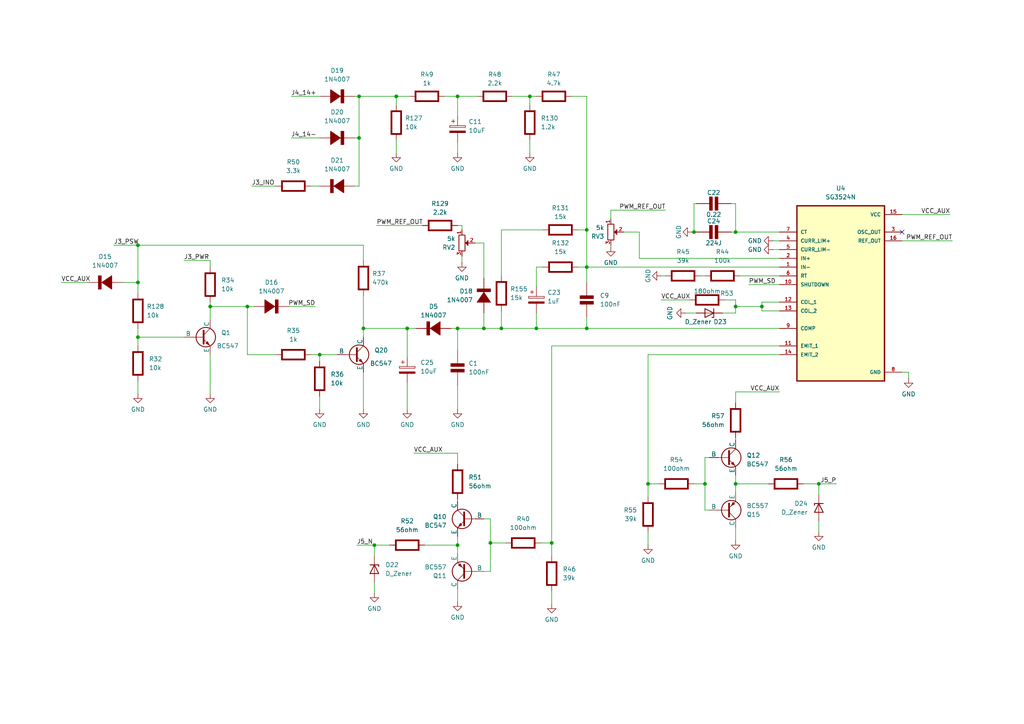
<source format=kicad_sch>
(kicad_sch (version 20250114) (generator "eeschema") (generator_version "9.0")
  (paper "A4")
  (lib_symbols
    (symbol "Device:C_Polarized" (pin_numbers (hide yes)) (pin_names (offset 0.254))
      (property "Reference" "C" (at 0.635 2.54 0))
      (property "Value" "C_Polarized" (at 0.635 -2.54 0))
      (symbol "C_Polarized_0_1"
        (rectangle (start -2.286 0.508) (end 2.286 1.016))
        (polyline (pts (xy -1.778 2.286) (xy -0.762 2.286)))
        (polyline (pts (xy -1.27 2.794) (xy -1.27 1.778)))
        (rectangle (start 2.286 -0.508) (end -2.286 -1.016) (fill (type outline)))
      )
      (symbol "C_Polarized_1_1"
        (pin passive line (at 0 3.81 270) (length 2.794) (name "~") (number "1"))
        (pin passive line (at 0 -3.81 90) (length 2.794) (name "~") (number "2"))
      )
    )
    (symbol "Device:D_Zener" (pin_numbers (hide yes)) (pin_names (offset 1.016) (hide yes))
      (property "Reference" "D" (at 0 2.54 0))
      (property "Value" "D_Zener" (at 0 -2.54 0))
      (symbol "D_Zener_0_1"
        (polyline (pts (xy -1.27 -1.27) (xy -1.27 1.27) (xy -0.762 1.27)) (stroke (width 0.254)))
        (polyline (pts (xy 1.27 0) (xy -1.27 0)))
        (polyline (pts (xy 1.27 -1.27) (xy 1.27 1.27) (xy -1.27 0) (xy 1.27 -1.27)) (stroke (width 0.254)))
      )
      (symbol "D_Zener_1_1"
        (pin passive line (at -3.81 0 0) (length 2.54) (name "K") (number "1"))
        (pin passive line (at 3.81 0 180) (length 2.54) (name "A") (number "2"))
      )
    )
    (symbol "PCM_Elektuur:C" (pin_numbers (hide yes)) (pin_names (offset 0) (hide yes))
      (property "Reference" "C" (at 0.635 3.175 0))
      (property "Value" "C" (at 0.635 -3.175 0))
      (symbol "C_1_1"
        (rectangle (start -1.905 1.1938) (end 1.905 0.4318) (stroke (width 0.254)) (fill (type outline)))
        (rectangle (start -1.905 -0.4318) (end 1.905 -1.1938) (stroke (width 0.254)) (fill (type outline)))
        (pin passive line (at 0 5.08 270) (length 3.8862) (name "+") (number "1"))
        (pin passive line (at 0 -5.08 90) (length 3.8862) (name "-") (number "2"))
      )
      (symbol "C_1_2"
        (polyline (pts (xy -1.905 0.4318) (xy 1.905 0.4318) (xy 1.905 1.4986) (xy -1.905 1.4986) (xy -1.905 0.4318) (xy -1.8034 0.5334) (xy -1.8034 1.397) (xy 1.8034 1.397) (xy 1.8034 0.5334) (xy -1.8034 0.5334) (xy -1.905 0.4318)) (stroke (width 0.254)) (fill (type outline)))
        (polyline (pts (xy -1.905 -1.4986) (xy 1.905 -1.4986) (xy 1.905 -0.4318) (xy -1.905 -0.4318) (xy -1.905 -1.4986) (xy -1.8034 -1.397) (xy -1.8034 -0.5334) (xy 1.8034 -0.5334) (xy 1.8034 -1.397) (xy -1.8034 -1.397) (xy -1.905 -1.4986)) (stroke (width 0.254)) (fill (type outline)))
        (pin passive line (at 0 5.08 270) (length 3.5814) (name "+") (number "1"))
        (pin passive line (at 0 -5.08 90) (length 3.5814) (name "-") (number "2"))
      )
    )
    (symbol "PCM_Elektuur:D" (pin_numbers (hide yes)) (pin_names (offset 0) (hide yes))
      (property "Reference" "D" (at 0.635 3.175 0))
      (property "Value" "${SIM.PARAMS}" (at 0.635 -3.175 0))
      (symbol "D_1_0"
        (pin passive line (at 0 5.08 270) (length 3.175) (name "A+") (number "2"))
        (pin passive line (at 0 -5.08 90) (length 3.175) (name "K-") (number "1"))
      )
      (symbol "D_1_1"
        (polyline (pts (xy -1.905 -1.905) (xy 1.905 -1.905) (xy 1.905 -1.143) (xy 0 -1.143) (xy 0 -0.889) (xy 1.905 1.905) (xy -1.905 1.905) (xy 0 -0.889) (xy 0 -1.143) (xy -1.905 -1.143) (xy -1.905 -1.905)) (stroke (width 0.254)) (fill (type outline)))
      )
      (symbol "D_1_2"
        (polyline (pts (xy -0.127 -1.905) (xy 1.905 -1.905) (xy 1.905 -1.143) (xy 0 -1.143) (xy 0 -0.889) (xy 1.905 1.905) (xy -0.0254 1.905) (xy -0.9652 0.5334) (xy 0 -0.889) (xy 0 -1.143) (xy -0.127 -1.143) (xy -0.127 -1.905)) (stroke (width 0.254)) (fill (type outline)))
      )
    )
    (symbol "PCM_Elektuur:R" (pin_numbers (hide yes)) (pin_names (offset 0) (hide yes))
      (property "Reference" "R" (at 2.54 3.175 0))
      (property "Value" "R" (at 0 0 90))
      (symbol "R_1_1"
        (polyline (pts (xy -1.524 -3.429) (xy 1.524 -3.429) (xy 1.524 3.429) (xy -1.524 3.429) (xy -1.524 -3.429) (xy -1.27 -3.175) (xy -1.27 3.175) (xy 1.27 3.175) (xy 1.27 -3.175) (xy -1.27 -3.175) (xy -1.524 -3.429)) (stroke (width 0.254)) (fill (type outline)))
        (pin passive line (at 0 5.08 270) (length 1.651) (name "+") (number "1"))
        (pin passive line (at 0 -5.08 90) (length 1.651) (name "-") (number "2"))
      )
      (symbol "R_1_2"
        (polyline (pts (xy -0.508 -3.429) (xy 1.524 -3.429) (xy 1.524 3.429) (xy -0.508 3.429) (xy -0.508 3.175) (xy 1.27 3.175) (xy 1.27 -3.175) (xy -0.508 -3.175) (xy -0.508 -3.429)) (stroke (width 0.254)) (fill (type outline)))
        (pin passive line (at 0 5.08 270) (length 1.651) (name "+") (number "1"))
        (pin passive line (at 0 -5.08 90) (length 1.651) (name "-") (number "2"))
      )
      (symbol "R_1_3"
        (polyline (pts (xy 0 3.4798) (xy 0 3.2004) (xy 0.7112 2.794) (xy -1.1938 1.6764) (xy 0.7112 0.5588) (xy -1.1938 -0.5588) (xy 0.7112 -1.6764) (xy -1.1938 -2.794) (xy 0 -3.4798) (xy 0 -3.2004) (xy -0.7112 -2.794) (xy 1.1938 -1.6764) (xy -0.7112 -0.5588) (xy 1.1938 0.5588) (xy -0.7112 1.6764) (xy 1.1938 2.794) (xy 0 3.4798)) (stroke (width 0.254)) (fill (type outline)))
        (pin passive line (at 0 5.08 270) (length 1.6002) (name "+") (number "1"))
        (pin passive line (at 0 -5.08 90) (length 1.6002) (name "-") (number "2"))
      )
      (symbol "R_1_4"
        (polyline (pts (xy 0 4.5466) (xy 0 4.2672) (xy 0.0508 4.2418) (xy 1.016 3.683) (xy -1.524 2.2098) (xy 1.016 0.7366) (xy -1.524 -0.7366) (xy 1.016 -2.2098) (xy -1.524 -3.683) (xy -0.0762 -4.5212) (xy 0 -4.5466) (xy 0 -4.2672) (xy -0.0508 -4.2418) (xy -1.016 -3.683) (xy 1.524 -2.2098) (xy -1.016 -0.7366) (xy 1.524 0.7366) (xy -1.016 2.2098) (xy 1.524 3.683) (xy 0.0762 4.5212) (xy 0 4.5466)) (stroke (width 0.254)) (fill (type outline)))
        (pin passive line (at 0 5.08 270) (length 0.5334) (name "+") (number "1"))
        (pin passive line (at 0 -5.08 90) (length 0.5334) (name "-") (number "2"))
      )
    )
    (symbol "PCM_SL_Devices:potentiometer_RM065"
      (property "Reference" "RV" (at 0 -2.032 0))
      (property "Value" "potentiometer_RM065" (at 0 -3.81 0))
      (symbol "potentiometer_RM065_0_1"
        (rectangle (start -2.286 0.889) (end 2.286 -0.889) (stroke (width 0.24)))
        (polyline (pts (xy 0 1.016) (xy 0.762 1.778) (xy -0.762 1.778) (xy 0 1.016)) (fill (type outline)))
      )
      (symbol "potentiometer_RM065_1_1"
        (pin passive line (at -3.81 0 0) (length 1.5) (name "~") (number "1"))
        (pin passive line (at 0 3.81 270) (length 2) (name "~") (number "2"))
        (pin passive line (at 3.81 0 180) (length 1.5) (name "~") (number "3"))
      )
    )
    (symbol "Simulation_SPICE:NPN" (pin_numbers (hide yes)) (pin_names (offset 0))
      (property "Reference" "Q" (at -2.54 7.62 0))
      (property "Value" "NPN" (at -2.54 5.08 0))
      (symbol "NPN_0_1"
        (polyline (pts (xy -2.54 0) (xy 0.635 0)) (stroke (width 0.1524)))
        (polyline (pts (xy 0.635 1.905) (xy 0.635 -1.905) (xy 0.635 -1.905)) (stroke (width 0.508)))
        (polyline (pts (xy 0.635 0.635) (xy 2.54 2.54)))
        (polyline (pts (xy 0.635 -0.635) (xy 2.54 -2.54) (xy 2.54 -2.54)))
        (circle (center 1.27 0) (radius 2.8194) (stroke (width 0.254)))
        (polyline (pts (xy 1.27 -1.778) (xy 1.778 -1.27) (xy 2.286 -2.286) (xy 1.27 -1.778) (xy 1.27 -1.778)) (fill (type outline)))
        (polyline (pts (xy 2.794 -1.27) (xy 2.794 -1.27)) (stroke (width 0.1524)))
        (polyline (pts (xy 2.794 -1.27) (xy 2.794 -1.27)) (stroke (width 0.1524)))
      )
      (symbol "NPN_1_1"
        (pin input line (at -5.08 0 0) (length 2.54) (name "B") (number "2"))
        (pin open_collector line (at 2.54 5.08 270) (length 2.54) (name "C") (number "1"))
        (pin open_emitter line (at 2.54 -5.08 90) (length 2.54) (name "E") (number "3"))
      )
    )
    (symbol "Simulation_SPICE:PNP" (pin_numbers (hide yes)) (pin_names (offset 0))
      (property "Reference" "Q" (at -2.54 7.62 0))
      (property "Value" "PNP" (at -2.54 5.08 0))
      (symbol "PNP_0_1"
        (polyline (pts (xy -2.54 0) (xy 0.635 0)) (stroke (width 0.1524)))
        (polyline (pts (xy 0.635 1.905) (xy 0.635 -1.905) (xy 0.635 -1.905)) (stroke (width 0.508)))
        (polyline (pts (xy 0.635 0.635) (xy 2.54 2.54)))
        (polyline (pts (xy 0.635 -0.635) (xy 2.54 -2.54) (xy 2.54 -2.54)))
        (circle (center 1.27 0) (radius 2.8194) (stroke (width 0.254)))
        (polyline (pts (xy 2.286 -1.778) (xy 1.778 -2.286) (xy 1.27 -1.27) (xy 2.286 -1.778) (xy 2.286 -1.778)) (fill (type outline)))
      )
      (symbol "PNP_1_1"
        (pin input line (at -5.08 0 0) (length 2.54) (name "B") (number "2"))
        (pin open_collector line (at 2.54 5.08 270) (length 2.54) (name "C") (number "1"))
        (pin open_emitter line (at 2.54 -5.08 90) (length 2.54) (name "E") (number "3"))
      )
    )
    (symbol "Snapeda:SG3524N" (pin_names (offset 1.016))
      (property "Reference" "U" (at -12.7 26.4 0))
      (property "Value" "SG3524N" (at -12.7 -29.4 0))
      (symbol "SG3524N_0_0"
        (rectangle (start -12.7 -25.4) (end 12.7 25.4) (stroke (width 0.41)) (fill (type background)))
        (pin input line (at -17.78 17.78 0) (length 5.08) (name "CT") (number "7"))
        (pin input line (at -17.78 15.24 0) (length 5.08) (name "CURR_LIM+") (number "4"))
        (pin input line (at -17.78 12.7 0) (length 5.08) (name "CURR_LIM-") (number "5"))
        (pin input line (at -17.78 10.16 0) (length 5.08) (name "IN+") (number "2"))
        (pin input line (at -17.78 7.62 0) (length 5.08) (name "IN-") (number "1"))
        (pin input line (at -17.78 5.08 0) (length 5.08) (name "RT") (number "6"))
        (pin input line (at -17.78 2.54 0) (length 5.08) (name "SHUTDOWN") (number "10"))
        (pin bidirectional line (at -17.78 -2.54 0) (length 5.08) (name "COL_1") (number "12"))
        (pin bidirectional line (at -17.78 -5.08 0) (length 5.08) (name "COL_2") (number "13"))
        (pin bidirectional line (at -17.78 -10.16 0) (length 5.08) (name "COMP") (number "9"))
        (pin bidirectional line (at -17.78 -15.24 0) (length 5.08) (name "EMIT_1") (number "11"))
        (pin bidirectional line (at -17.78 -17.78 0) (length 5.08) (name "EMIT_2") (number "14"))
        (pin power_in line (at 17.78 22.86 180) (length 5.08) (name "VCC") (number "15"))
        (pin output line (at 17.78 17.78 180) (length 5.08) (name "OSC_OUT") (number "3"))
        (pin output line (at 17.78 15.24 180) (length 5.08) (name "REF_OUT") (number "16"))
        (pin power_in line (at 17.78 -22.86 180) (length 5.08) (name "GND") (number "8"))
      )
    )
    (symbol "power:GND" (power) (pin_numbers (hide yes)) (pin_names (offset 0) (hide yes))
      (property "Value" "GND" (at 0 -3.81 0))
      (symbol "GND_0_1"
        (polyline (pts (xy 0 0) (xy 0 -1.27) (xy 1.27 -1.27) (xy 0 -2.54) (xy -1.27 -1.27) (xy 0 -1.27)))
      )
      (symbol "GND_1_1"
        (pin power_in line (at 0 0 270) (length 0) (name "~") (number "1"))
      )
    )
  )
  (junction (at 132.715 95.25))
  (junction (at 40.005 71.12))
  (junction (at 105.41 95.25))
  (junction (at 155.575 95.25))
  (junction (at 170.18 66.675))
  (junction (at 132.715 27.94))
  (junction (at 237.49 140.335))
  (junction (at 104.14 27.94))
  (junction (at 92.71 102.87))
  (junction (at 60.96 88.9))
  (junction (at 118.11 95.25))
  (junction (at 132.715 158.115))
  (junction (at 71.755 88.9))
  (junction (at 114.935 27.94))
  (junction (at 140.335 95.25))
  (junction (at 104.14 40.005))
  (junction (at 153.67 27.94))
  (junction (at 201.295 67.31))
  (junction (at 142.24 157.48))
  (junction (at 204.47 140.335))
  (junction (at 213.36 140.335))
  (junction (at 145.415 95.25))
  (junction (at 220.98 88.9))
  (junction (at 40.005 81.915))
  (junction (at 213.36 88.9))
  (junction (at 170.18 77.47))
  (junction (at 160.02 157.48))
  (junction (at 40.005 97.79))
  (junction (at 213.36 67.31))
  (junction (at 187.96 140.335))
  (junction (at 170.18 95.25))
  (junction (at 108.585 158.115))
  (no_connect (at 261.62 67.31))
  (wire (pts (xy 105.41 107.95) (xy 105.41 118.745)))
  (wire (pts (xy 132.715 155.575) (xy 132.715 158.115)))
  (wire (pts (xy 148.59 27.94) (xy 153.67 27.94)))
  (wire (pts (xy 153.67 27.94) (xy 155.575 27.94)))
  (wire (pts (xy 132.715 170.815) (xy 132.715 174.625)))
  (wire (pts (xy 213.36 137.795) (xy 213.36 140.335)))
  (wire (pts (xy 213.36 140.335) (xy 213.36 142.875)))
  (wire (pts (xy 170.18 77.47) (xy 170.18 81.915)))
  (wire (pts (xy 71.755 102.87) (xy 71.755 88.9)))
  (wire (pts (xy 142.24 165.735) (xy 140.335 165.735)))
  (wire (pts (xy 53.34 75.565) (xy 60.96 75.565)))
  (wire (pts (xy 213.36 67.31) (xy 226.06 67.31)))
  (wire (pts (xy 60.96 102.87) (xy 60.96 114.3)))
  (wire (pts (xy 170.18 95.25) (xy 155.575 95.25)))
  (wire (pts (xy 108.585 168.91) (xy 108.585 172.085)))
  (wire (pts (xy 160.02 171.45) (xy 160.02 175.26)))
  (wire (pts (xy 17.78 81.915) (xy 25.4 81.915)))
  (wire (pts (xy 222.885 140.335) (xy 213.36 140.335)))
  (wire (pts (xy 213.36 113.665) (xy 213.36 116.84)))
  (wire (pts (xy 155.575 77.47) (xy 157.48 77.47)))
  (wire (pts (xy 187.96 140.335) (xy 187.96 144.145)))
  (wire (pts (xy 102.87 27.94) (xy 104.14 27.94)))
  (wire (pts (xy 200.66 67.31) (xy 201.295 67.31)))
  (wire (pts (xy 120.015 131.445) (xy 132.715 131.445)))
  (wire (pts (xy 213.36 59.055) (xy 213.36 67.31)))
  (wire (pts (xy 114.935 40.64) (xy 114.935 44.45)))
  (wire (pts (xy 167.64 77.47) (xy 170.18 77.47)))
  (wire (pts (xy 226.06 100.33) (xy 160.02 100.33)))
  (wire (pts (xy 40.005 97.79) (xy 53.34 97.79)))
  (wire (pts (xy 204.47 132.715) (xy 204.47 140.335)))
  (wire (pts (xy 156.845 157.48) (xy 160.02 157.48)))
  (wire (pts (xy 132.715 95.25) (xy 140.335 95.25)))
  (wire (pts (xy 210.185 86.995) (xy 213.36 86.995)))
  (wire (pts (xy 187.96 102.87) (xy 187.96 140.335)))
  (wire (pts (xy 140.335 90.805) (xy 140.335 95.25)))
  (wire (pts (xy 40.005 95.25) (xy 40.005 97.79)))
  (wire (pts (xy 191.77 80.01) (xy 193.04 80.01)))
  (wire (pts (xy 155.575 90.805) (xy 155.575 95.25)))
  (wire (pts (xy 213.36 67.31) (xy 212.09 67.31)))
  (wire (pts (xy 132.715 144.78) (xy 132.715 145.415)))
  (wire (pts (xy 92.71 102.87) (xy 97.79 102.87)))
  (wire (pts (xy 123.19 158.115) (xy 132.715 158.115)))
  (wire (pts (xy 170.18 77.47) (xy 226.06 77.47)))
  (wire (pts (xy 132.715 111.76) (xy 132.715 118.745)))
  (wire (pts (xy 237.49 143.51) (xy 237.49 140.335)))
  (wire (pts (xy 226.06 113.665) (xy 213.36 113.665)))
  (wire (pts (xy 118.11 95.25) (xy 120.65 95.25)))
  (wire (pts (xy 226.06 95.25) (xy 170.18 95.25)))
  (wire (pts (xy 205.74 132.715) (xy 204.47 132.715)))
  (wire (pts (xy 142.24 157.48) (xy 142.24 165.735)))
  (wire (pts (xy 132.715 65.405) (xy 133.985 65.405)))
  (wire (pts (xy 40.005 110.49) (xy 40.005 114.3)))
  (wire (pts (xy 108.585 158.115) (xy 113.03 158.115)))
  (wire (pts (xy 242.57 140.335) (xy 237.49 140.335)))
  (wire (pts (xy 84.455 27.94) (xy 92.71 27.94)))
  (wire (pts (xy 140.335 70.485) (xy 140.335 80.645)))
  (wire (pts (xy 237.49 151.13) (xy 237.49 154.305)))
  (wire (pts (xy 83.82 88.9) (xy 91.44 88.9)))
  (wire (pts (xy 177.165 60.96) (xy 193.04 60.96)))
  (wire (pts (xy 71.755 102.87) (xy 80.01 102.87)))
  (wire (pts (xy 118.11 103.505) (xy 118.11 95.25)))
  (wire (pts (xy 213.36 88.9) (xy 213.36 86.995)))
  (wire (pts (xy 71.755 88.9) (xy 73.66 88.9)))
  (wire (pts (xy 132.715 41.275) (xy 132.715 44.45)))
  (wire (pts (xy 226.06 87.63) (xy 220.98 87.63)))
  (wire (pts (xy 220.98 90.17) (xy 226.06 90.17)))
  (wire (pts (xy 118.11 111.125) (xy 118.11 118.745)))
  (wire (pts (xy 90.17 102.87) (xy 92.71 102.87)))
  (wire (pts (xy 145.415 90.17) (xy 145.415 95.25)))
  (wire (pts (xy 142.24 157.48) (xy 146.685 157.48)))
  (wire (pts (xy 40.005 71.12) (xy 105.41 71.12)))
  (wire (pts (xy 170.18 92.075) (xy 170.18 95.25)))
  (wire (pts (xy 226.06 80.01) (xy 214.63 80.01)))
  (wire (pts (xy 60.96 88.9) (xy 60.96 92.71)))
  (wire (pts (xy 71.755 88.9) (xy 60.96 88.9)))
  (wire (pts (xy 132.715 158.115) (xy 132.715 160.655)))
  (wire (pts (xy 203.2 80.01) (xy 204.47 80.01)))
  (wire (pts (xy 114.935 27.94) (xy 118.745 27.94)))
  (wire (pts (xy 200.025 86.995) (xy 191.77 86.995)))
  (wire (pts (xy 170.18 66.675) (xy 170.18 27.94)))
  (wire (pts (xy 237.49 140.335) (xy 233.045 140.335)))
  (wire (pts (xy 40.005 81.915) (xy 40.005 85.09)))
  (wire (pts (xy 104.14 27.94) (xy 104.14 40.005)))
  (wire (pts (xy 130.81 95.25) (xy 132.715 95.25)))
  (wire (pts (xy 213.36 153.035) (xy 213.36 156.845)))
  (wire (pts (xy 40.005 97.79) (xy 40.005 100.33)))
  (wire (pts (xy 155.575 95.25) (xy 145.415 95.25)))
  (wire (pts (xy 213.36 90.805) (xy 213.36 88.9)))
  (wire (pts (xy 132.715 131.445) (xy 132.715 134.62)))
  (wire (pts (xy 102.87 40.005) (xy 104.14 40.005)))
  (wire (pts (xy 145.415 95.25) (xy 140.335 95.25)))
  (wire (pts (xy 160.02 157.48) (xy 160.02 161.29)))
  (wire (pts (xy 137.795 70.485) (xy 140.335 70.485)))
  (wire (pts (xy 60.96 87.63) (xy 60.96 88.9)))
  (wire (pts (xy 177.165 63.5) (xy 177.165 60.96)))
  (wire (pts (xy 263.525 107.95) (xy 261.62 107.95)))
  (wire (pts (xy 204.47 140.335) (xy 201.295 140.335)))
  (wire (pts (xy 213.36 127) (xy 213.36 127.635)))
  (wire (pts (xy 167.64 66.675) (xy 170.18 66.675)))
  (wire (pts (xy 212.09 59.055) (xy 213.36 59.055)))
  (wire (pts (xy 35.56 81.915) (xy 40.005 81.915)))
  (wire (pts (xy 142.24 150.495) (xy 142.24 157.48)))
  (wire (pts (xy 132.715 95.25) (xy 132.715 101.6)))
  (wire (pts (xy 118.11 95.25) (xy 105.41 95.25)))
  (wire (pts (xy 104.14 40.005) (xy 104.14 53.975)))
  (wire (pts (xy 153.67 27.94) (xy 153.67 30.48)))
  (wire (pts (xy 145.415 66.675) (xy 145.415 80.01)))
  (wire (pts (xy 201.93 59.055) (xy 201.295 59.055)))
  (wire (pts (xy 204.47 140.335) (xy 204.47 147.955)))
  (wire (pts (xy 102.87 53.975) (xy 104.14 53.975)))
  (wire (pts (xy 224.155 69.85) (xy 226.06 69.85)))
  (wire (pts (xy 84.455 40.005) (xy 92.71 40.005)))
  (wire (pts (xy 170.18 66.675) (xy 170.18 77.47)))
  (wire (pts (xy 198.755 90.805) (xy 201.93 90.805)))
  (wire (pts (xy 217.17 82.55) (xy 226.06 82.55)))
  (wire (pts (xy 180.975 67.31) (xy 185.42 67.31)))
  (wire (pts (xy 105.41 95.25) (xy 105.41 97.79)))
  (wire (pts (xy 201.295 67.31) (xy 201.93 67.31)))
  (wire (pts (xy 33.02 71.12) (xy 40.005 71.12)))
  (wire (pts (xy 220.98 87.63) (xy 220.98 88.9)))
  (wire (pts (xy 114.935 30.48) (xy 114.935 27.94)))
  (wire (pts (xy 220.98 88.9) (xy 220.98 90.17)))
  (wire (pts (xy 201.295 59.055) (xy 201.295 67.31)))
  (wire (pts (xy 105.41 85.725) (xy 105.41 95.25)))
  (wire (pts (xy 187.96 102.87) (xy 226.06 102.87)))
  (wire (pts (xy 261.62 69.85) (xy 276.225 69.85)))
  (wire (pts (xy 105.41 71.12) (xy 105.41 75.565)))
  (wire (pts (xy 209.55 90.805) (xy 213.36 90.805)))
  (wire (pts (xy 90.17 53.975) (xy 92.71 53.975)))
  (wire (pts (xy 224.155 72.39) (xy 226.06 72.39)))
  (wire (pts (xy 177.165 71.12) (xy 177.165 71.755)))
  (wire (pts (xy 40.005 81.915) (xy 40.005 71.12)))
  (wire (pts (xy 132.715 27.94) (xy 132.715 33.655)))
  (wire (pts (xy 185.42 67.31) (xy 185.42 74.93)))
  (wire (pts (xy 226.06 74.93) (xy 185.42 74.93)))
  (wire (pts (xy 263.525 109.855) (xy 263.525 107.95)))
  (wire (pts (xy 165.735 27.94) (xy 170.18 27.94)))
  (wire (pts (xy 133.985 65.405) (xy 133.985 66.675)))
  (wire (pts (xy 132.715 27.94) (xy 138.43 27.94)))
  (wire (pts (xy 191.135 140.335) (xy 187.96 140.335)))
  (wire (pts (xy 145.415 66.675) (xy 157.48 66.675)))
  (wire (pts (xy 160.02 100.33) (xy 160.02 157.48)))
  (wire (pts (xy 92.71 102.87) (xy 92.71 104.775)))
  (wire (pts (xy 103.505 158.115) (xy 108.585 158.115)))
  (wire (pts (xy 73.025 53.975) (xy 80.01 53.975)))
  (wire (pts (xy 261.62 62.23) (xy 275.59 62.23)))
  (wire (pts (xy 109.22 65.405) (xy 122.555 65.405)))
  (wire (pts (xy 187.96 154.305) (xy 187.96 158.115)))
  (wire (pts (xy 140.335 150.495) (xy 142.24 150.495)))
  (wire (pts (xy 104.14 27.94) (xy 114.935 27.94)))
  (wire (pts (xy 108.585 161.29) (xy 108.585 158.115)))
  (wire (pts (xy 155.575 83.185) (xy 155.575 77.47)))
  (wire (pts (xy 153.67 44.45) (xy 153.67 40.64)))
  (wire (pts (xy 204.47 147.955) (xy 205.74 147.955)))
  (wire (pts (xy 92.71 114.935) (xy 92.71 118.745)))
  (wire (pts (xy 213.36 88.9) (xy 220.98 88.9)))
  (wire (pts (xy 133.985 74.295) (xy 133.985 76.2)))
  (wire (pts (xy 60.96 77.47) (xy 60.96 75.565)))
  (wire (pts (xy 128.905 27.94) (xy 132.715 27.94)))
  (label "VCC_AUX" (at 191.77 86.995 0))
  (label "VCC_AUX" (at 226.06 113.665 180))
  (label "J5_N" (at 103.505 158.115 0))
  (label "J4_14-" (at 84.455 40.005 0))
  (label "J3_PWR" (at 53.34 75.565 0))
  (label "PWM_REF_OUT" (at 276.225 69.85 180))
  (label "PWM_REF_OUT" (at 193.04 60.96 180))
  (label "J4_14+" (at 84.455 27.94 0))
  (label "J5_P" (at 242.57 140.335 180))
  (label "PWM_REF_OUT" (at 109.22 65.405 0))
  (label "J3_INO" (at 73.025 53.975 0))
  (label "VCC_AUX" (at 17.78 81.915 0))
  (label "VCC_AUX" (at 275.59 62.23 180))
  (label "J3_PSW" (at 33.02 71.12 0))
  (label "PWM_SD" (at 217.17 82.55 0))
  (label "VCC_AUX" (at 120.015 131.445 0))
  (label "PWM_SD" (at 91.44 88.9 180))
  (symbol (lib_id "Device:C_Polarized") (at 118.11 107.315 0) (unit 1)
    (property "Reference" "C25" (at 121.92 105.1559 0) (effects (justify left)))
    (property "Value" "10uF" (at 121.92 107.6959 0) (effects (justify left)))
    (property "Description" "Polarized capacitor" (effects (hide yes)))
  )
  (symbol (lib_id "PCM_Elektuur:R") (at 60.96 82.55 180) (unit 1)
    (property "Reference" "R34" (at 64.135 81.2799 0) (effects (justify right)))
    (property "Value" "10k" (at 64.135 83.8199 0) (effects (justify right)))
    (property "Description" "resistor" (effects (hide yes)))
    (property "Indicator" "+" (effects (hide yes)))
    (property "Rating" "W" (effects (hide yes)))
  )
  (symbol (lib_id "power:GND") (at 177.165 71.755 0) (mirror y) (unit 1)
    (property "Reference" "#PWR038" (effects (hide yes)))
    (property "Value" "GND" (at 177.165 76.2 0))
    (property "Description" "Power symbol creates a global label with name \"GND\" , ground" (effects (hide yes)))
  )
  (symbol (lib_id "Simulation_SPICE:PNP") (at 135.255 165.735 180) (unit 1)
    (property "Reference" "Q11" (at 129.54 167.0051 0) (effects (justify left)))
    (property "Value" "BC557" (at 129.54 164.4651 0) (effects (justify left)))
    (property "Datasheet" "https://ngspice.sourceforge.io/docs/ngspice-html-manual/manual.xhtml#cha_BJTs" (effects (hide yes)))
    (property "Description" "Bipolar transistor symbol for simulation only, substrate tied to the emitter" (effects (hide yes)))
    (property "Sim.Device" "PNP" (effects (hide yes)))
    (property "Sim.Type" "GUMMELPOON" (effects (hide yes)))
    (property "Sim.Pins" "1=C 2=B 3=E" (effects (hide yes)))
  )
  (symbol (lib_id "Simulation_SPICE:NPN") (at 135.255 150.495 0) (mirror y) (unit 1)
    (property "Reference" "Q10" (at 129.54 149.86 0) (effects (justify left)))
    (property "Value" "BC547" (at 129.54 152.4 0) (effects (justify left)))
    (property "Datasheet" "https://ngspice.sourceforge.io/docs/ngspice-html-manual/manual.xhtml#cha_BJTs" (effects (hide yes)))
    (property "Description" "Bipolar transistor symbol for simulation only, substrate tied to the emitter" (effects (hide yes)))
    (property "Sim.Device" "NPN" (effects (hide yes)))
    (property "Sim.Type" "GUMMELPOON" (effects (hide yes)))
    (property "Sim.Pins" "1=C 2=B 3=E" (effects (hide yes)))
  )
  (symbol (lib_id "power:GND") (at 191.77 80.01 270) (unit 1)
    (property "Reference" "#PWR042" (effects (hide yes)))
    (property "Value" "GND" (at 187.96 80.01 0))
    (property "Description" "Power symbol creates a global label with name \"GND\" , ground" (effects (hide yes)))
  )
  (symbol (lib_id "Simulation_SPICE:PNP") (at 210.82 147.955 0) (mirror x) (unit 1)
    (property "Reference" "Q15" (at 216.535 149.2251 0) (effects (justify left)))
    (property "Value" "BC557" (at 216.535 146.6851 0) (effects (justify left)))
    (property "Datasheet" "https://ngspice.sourceforge.io/docs/ngspice-html-manual/manual.xhtml#cha_BJTs" (effects (hide yes)))
    (property "Description" "Bipolar transistor symbol for simulation only, substrate tied to the emitter" (effects (hide yes)))
    (property "Sim.Device" "PNP" (effects (hide yes)))
    (property "Sim.Type" "GUMMELPOON" (effects (hide yes)))
    (property "Sim.Pins" "1=C 2=B 3=E" (effects (hide yes)))
  )
  (symbol (lib_id "PCM_Elektuur:R") (at 162.56 77.47 270) (unit 1)
    (property "Reference" "R132" (at 162.56 70.485 90))
    (property "Value" "15k" (at 162.56 73.025 90))
    (property "Description" "resistor" (effects (hide yes)))
    (property "Indicator" "+" (effects (hide yes)))
    (property "Rating" "W" (effects (hide yes)))
  )
  (symbol (lib_id "Simulation_SPICE:NPN") (at 58.42 97.79 0) (unit 1)
    (property "Reference" "Q1" (at 64.135 96.5199 0) (effects (justify left)))
    (property "Value" "BC547" (at 62.865 100.33 0) (effects (justify left)))
    (property "Datasheet" "https://ngspice.sourceforge.io/docs/ngspice-html-manual/manual.xhtml#cha_BJTs" (effects (hide yes)))
    (property "Description" "Bipolar transistor symbol for simulation only, substrate tied to the emitter" (effects (hide yes)))
    (property "Sim.Device" "NPN" (effects (hide yes)))
    (property "Sim.Type" "GUMMELPOON" (effects (hide yes)))
    (property "Sim.Pins" "1=C 2=B 3=E" (effects (hide yes)))
  )
  (symbol (lib_id "power:GND") (at 132.715 44.45 0) (unit 1)
    (property "Reference" "#PWR036" (effects (hide yes)))
    (property "Value" "GND" (at 132.715 48.895 0))
    (property "Description" "Power symbol creates a global label with name \"GND\" , ground" (effects (hide yes)))
  )
  (symbol (lib_id "power:GND") (at 118.11 118.745 0) (unit 1)
    (property "Reference" "#PWR032" (effects (hide yes)))
    (property "Value" "GND" (at 118.11 123.19 0))
    (property "Description" "Power symbol creates a global label with name \"GND\" , ground" (effects (hide yes)))
  )
  (symbol (lib_id "PCM_Elektuur:R") (at 127.635 65.405 270) (unit 1)
    (property "Reference" "R129" (at 127.635 59.055 90))
    (property "Value" "2.2k" (at 127.635 61.595 90))
    (property "Description" "resistor" (effects (hide yes)))
    (property "Indicator" "+" (effects (hide yes)))
    (property "Rating" "W" (effects (hide yes)))
  )
  (symbol (lib_id "Snapeda:SG3524N") (at 243.84 85.09 0) (unit 1)
    (property "Reference" "U4" (at 243.84 54.61 0))
    (property "Value" "SG3524N" (at 243.84 57.15 0))
    (property "Footprint" "Snapeda:SG3524N_DIP794W45P254L1969H508Q16" (effects (hide yes)))
    (property "MF" "Texas Instruments" (effects (hide yes)))
    (property "Description_1" "40V, Dual 0.05A 450KHz PWM controller with 0C to 70C" (effects (hide yes)))
    (property "Package" "PDIP-16 Texas Instruments" (effects (hide yes)))
    (property "Price" "None" (effects (hide yes)))
    (property "SnapEDA_Link" "https://www.snapeda.com/parts/SG3524N/Texas+Instruments/view-part/?ref=snap" (effects (hide yes)))
    (property "MP" "SG3524N" (effects (hide yes)))
    (property "Availability" "In Stock" (effects (hide yes)))
    (property "Check_prices" "https://www.snapeda.com/parts/SG3524N/Texas+Instruments/view-part/?ref=eda" (effects (hide yes)))
  )
  (symbol (lib_id "PCM_Elektuur:R") (at 198.12 80.01 90) (unit 1)
    (property "Reference" "R45" (at 198.12 73.025 90))
    (property "Value" "39k" (at 198.12 75.565 90))
    (property "Description" "resistor" (effects (hide yes)))
    (property "Indicator" "+" (effects (hide yes)))
    (property "Rating" "W" (effects (hide yes)))
  )
  (symbol (lib_id "Simulation_SPICE:NPN") (at 102.87 102.87 0) (unit 1)
    (property "Reference" "Q20" (at 108.585 101.5999 0) (effects (justify left)))
    (property "Value" "BC547" (at 107.315 105.41 0) (effects (justify left)))
    (property "Datasheet" "https://ngspice.sourceforge.io/docs/ngspice-html-manual/manual.xhtml#cha_BJTs" (effects (hide yes)))
    (property "Description" "Bipolar transistor symbol for simulation only, substrate tied to the emitter" (effects (hide yes)))
    (property "Sim.Device" "NPN" (effects (hide yes)))
    (property "Sim.Type" "GUMMELPOON" (effects (hide yes)))
    (property "Sim.Pins" "1=C 2=B 3=E" (effects (hide yes)))
  )
  (symbol (lib_id "PCM_Elektuur:R") (at 151.765 157.48 90) (unit 1)
    (property "Reference" "R40" (at 151.765 150.495 90))
    (property "Value" "100ohm" (at 151.765 153.035 90))
    (property "Description" "resistor" (effects (hide yes)))
    (property "Indicator" "+" (effects (hide yes)))
    (property "Rating" "W" (effects (hide yes)))
  )
  (symbol (lib_id "power:GND") (at 114.935 44.45 0) (unit 1)
    (property "Reference" "#PWR037" (effects (hide yes)))
    (property "Value" "GND" (at 114.935 48.895 0))
    (property "Description" "Power symbol creates a global label with name \"GND\" , ground" (effects (hide yes)))
  )
  (symbol (lib_id "PCM_Elektuur:D") (at 97.79 27.94 90) (mirror x) (unit 1)
    (property "Reference" "D19" (at 97.79 20.4635 90))
    (property "Value" "1N4007" (at 97.79 23.0035 90))
    (property "Description" "semiconductor diode" (effects (hide yes)))
    (property "Sim.Pins" "2=1 1=2" (effects (hide yes)))
    (property "Sim.Device" "SPICE" (effects (hide yes)))
    (property "Sim.Params" "type=\"\" model=\"D\" lib=\"semiconductor.lib\"" (effects (hide yes)))
    (property "Rating" "V/A" (effects (hide yes)))
  )
  (symbol (lib_id "power:GND") (at 132.715 118.745 0) (unit 1)
    (property "Reference" "#PWR034" (effects (hide yes)))
    (property "Value" "GND" (at 132.715 123.19 0))
    (property "Description" "Power symbol creates a global label with name \"GND\" , ground" (effects (hide yes)))
  )
  (symbol (lib_id "power:GND") (at 263.525 109.855 0) (unit 1)
    (property "Reference" "#PWR040" (effects (hide yes)))
    (property "Value" "GND" (at 263.525 114.3 0))
    (property "Description" "Power symbol creates a global label with name \"GND\" , ground" (effects (hide yes)))
  )
  (symbol (lib_id "power:GND") (at 198.755 90.805 270) (unit 1)
    (property "Reference" "#PWR047" (effects (hide yes)))
    (property "Value" "GND" (at 194.31 90.805 0))
    (property "Description" "Power symbol creates a global label with name \"GND\" , ground" (effects (hide yes)))
  )
  (symbol (lib_id "PCM_Elektuur:R") (at 160.655 27.94 270) (unit 1)
    (property "Reference" "R47" (at 160.655 21.59 90))
    (property "Value" "4.7k" (at 160.655 24.13 90))
    (property "Description" "resistor" (effects (hide yes)))
    (property "Indicator" "+" (effects (hide yes)))
    (property "Rating" "W" (effects (hide yes)))
  )
  (symbol (lib_id "power:GND") (at 132.715 174.625 0) (unit 1)
    (property "Reference" "#PWR045" (effects (hide yes)))
    (property "Value" "GND" (at 132.715 179.07 0))
    (property "Description" "Power symbol creates a global label with name \"GND\" , ground" (effects (hide yes)))
  )
  (symbol (lib_id "Simulation_SPICE:NPN") (at 210.82 132.715 0) (unit 1)
    (property "Reference" "Q12" (at 216.535 132.08 0) (effects (justify left)))
    (property "Value" "BC547" (at 216.535 134.62 0) (effects (justify left)))
    (property "Datasheet" "https://ngspice.sourceforge.io/docs/ngspice-html-manual/manual.xhtml#cha_BJTs" (effects (hide yes)))
    (property "Description" "Bipolar transistor symbol for simulation only, substrate tied to the emitter" (effects (hide yes)))
    (property "Sim.Device" "NPN" (effects (hide yes)))
    (property "Sim.Type" "GUMMELPOON" (effects (hide yes)))
    (property "Sim.Pins" "1=C 2=B 3=E" (effects (hide yes)))
  )
  (symbol (lib_id "PCM_Elektuur:C") (at 132.715 106.68 0) (unit 1)
    (property "Reference" "C1" (at 135.89 105.4099 0) (effects (justify left)))
    (property "Value" "100nF" (at 135.89 107.9499 0) (effects (justify left)))
    (property "Description" "capacitor, non-polarized/bipolar" (effects (hide yes)))
    (property "Indicator" "+" (effects (hide yes)))
    (property "Rating" "V" (effects (hide yes)))
  )
  (symbol (lib_id "power:GND") (at 92.71 118.745 0) (unit 1)
    (property "Reference" "#PWR031" (effects (hide yes)))
    (property "Value" "GND" (at 92.71 123.19 0))
    (property "Description" "Power symbol creates a global label with name \"GND\" , ground" (effects (hide yes)))
  )
  (symbol (lib_id "PCM_Elektuur:R") (at 160.02 166.37 180) (unit 1)
    (property "Reference" "R46" (at 163.195 165.0999 0) (effects (justify right)))
    (property "Value" "39k" (at 163.195 167.6399 0) (effects (justify right)))
    (property "Description" "resistor" (effects (hide yes)))
    (property "Indicator" "+" (effects (hide yes)))
    (property "Rating" "W" (effects (hide yes)))
  )
  (symbol (lib_id "power:GND") (at 60.96 114.3 0) (mirror y) (unit 1)
    (property "Reference" "#PWR029" (effects (hide yes)))
    (property "Value" "GND" (at 60.96 118.745 0))
    (property "Description" "Power symbol creates a global label with name \"GND\" , ground" (effects (hide yes)))
  )
  (symbol (lib_id "PCM_Elektuur:R") (at 40.005 90.17 180) (unit 1)
    (property "Reference" "R128" (at 42.545 88.8999 0) (effects (justify right)))
    (property "Value" "10k" (at 42.545 91.4399 0) (effects (justify right)))
    (property "Description" "resistor" (effects (hide yes)))
    (property "Indicator" "+" (effects (hide yes)))
    (property "Rating" "W" (effects (hide yes)))
  )
  (symbol (lib_id "PCM_Elektuur:R") (at 205.105 86.995 90) (unit 1)
    (property "Reference" "R53" (at 210.82 85.09 90))
    (property "Value" "180ohm" (at 205.105 84.455 90))
    (property "Description" "resistor" (effects (hide yes)))
    (property "Indicator" "+" (effects (hide yes)))
    (property "Rating" "W" (effects (hide yes)))
  )
  (symbol (lib_id "PCM_Elektuur:R") (at 143.51 27.94 270) (unit 1)
    (property "Reference" "R48" (at 143.51 21.59 90))
    (property "Value" "2.2k" (at 143.51 24.13 90))
    (property "Description" "resistor" (effects (hide yes)))
    (property "Indicator" "+" (effects (hide yes)))
    (property "Rating" "W" (effects (hide yes)))
  )
  (symbol (lib_id "PCM_Elektuur:R") (at 196.215 140.335 270) (mirror x) (unit 1)
    (property "Reference" "R54" (at 196.215 133.35 90))
    (property "Value" "100ohm" (at 196.215 135.89 90))
    (property "Description" "resistor" (effects (hide yes)))
    (property "Indicator" "+" (effects (hide yes)))
    (property "Rating" "W" (effects (hide yes)))
  )
  (symbol (lib_id "PCM_Elektuur:C") (at 207.01 59.055 270) (unit 1)
    (property "Reference" "C22" (at 207.01 55.88 90))
    (property "Value" "0.22" (at 207.01 62.23 90))
    (property "Description" "capacitor, non-polarized/bipolar" (effects (hide yes)))
    (property "Indicator" "+" (effects (hide yes)))
    (property "Rating" "V" (effects (hide yes)))
  )
  (symbol (lib_id "PCM_Elektuur:D") (at 78.74 88.9 90) (unit 1)
    (property "Reference" "D16" (at 78.74 81.915 90))
    (property "Value" "1N4007" (at 78.74 84.455 90))
    (property "Description" "semiconductor diode" (effects (hide yes)))
    (property "Sim.Pins" "2=1 1=2" (effects (hide yes)))
    (property "Sim.Device" "SPICE" (effects (hide yes)))
    (property "Sim.Params" "type=\"\" model=\"D\" lib=\"semiconductor.lib\"" (effects (hide yes)))
    (property "Rating" "V/A" (effects (hide yes)))
  )
  (symbol (lib_id "PCM_Elektuur:R") (at 227.965 140.335 270) (mirror x) (unit 1)
    (property "Reference" "R56" (at 227.965 133.35 90))
    (property "Value" "56ohm" (at 227.965 135.89 90))
    (property "Description" "resistor" (effects (hide yes)))
    (property "Indicator" "+" (effects (hide yes)))
    (property "Rating" "W" (effects (hide yes)))
  )
  (symbol (lib_id "PCM_Elektuur:R") (at 118.11 158.115 90) (unit 1)
    (property "Reference" "R52" (at 118.11 151.13 90))
    (property "Value" "56ohm" (at 118.11 153.67 90))
    (property "Description" "resistor" (effects (hide yes)))
    (property "Indicator" "+" (effects (hide yes)))
    (property "Rating" "W" (effects (hide yes)))
  )
  (symbol (lib_id "power:GND") (at 160.02 175.26 0) (unit 1)
    (property "Reference" "#PWR044" (effects (hide yes)))
    (property "Value" "GND" (at 160.02 179.705 0))
    (property "Description" "Power symbol creates a global label with name \"GND\" , ground" (effects (hide yes)))
  )
  (symbol (lib_id "power:GND") (at 40.005 114.3 0) (unit 1)
    (property "Reference" "#PWR028" (effects (hide yes)))
    (property "Value" "GND" (at 40.005 118.745 0))
    (property "Description" "Power symbol creates a global label with name \"GND\" , ground" (effects (hide yes)))
  )
  (symbol (lib_id "power:GND") (at 200.66 67.31 270) (unit 1)
    (property "Reference" "#PWR043" (effects (hide yes)))
    (property "Value" "GND" (at 196.85 67.31 0))
    (property "Description" "Power symbol creates a global label with name \"GND\" , ground" (effects (hide yes)))
  )
  (symbol (lib_id "PCM_Elektuur:R") (at 85.09 53.975 270) (unit 1)
    (property "Reference" "R50" (at 85.09 46.99 90))
    (property "Value" "3.3k" (at 85.09 49.53 90))
    (property "Description" "resistor" (effects (hide yes)))
    (property "Indicator" "+" (effects (hide yes)))
    (property "Rating" "W" (effects (hide yes)))
  )
  (symbol (lib_id "Device:D_Zener") (at 205.74 90.805 180) (unit 1)
    (property "Reference" "D23" (at 210.82 93.345 0) (effects (justify left)))
    (property "Value" "D_Zener" (at 206.375 93.345 0) (effects (justify left)))
    (property "Description" "Zener diode" (effects (hide yes)))
  )
  (symbol (lib_id "PCM_Elektuur:C") (at 170.18 86.995 0) (unit 1)
    (property "Reference" "C9" (at 173.99 85.725 0) (effects (justify left)))
    (property "Value" "100nF" (at 173.99 88.265 0) (effects (justify left)))
    (property "Description" "capacitor, non-polarized/bipolar" (effects (hide yes)))
    (property "Indicator" "+" (effects (hide yes)))
    (property "Rating" "V" (effects (hide yes)))
  )
  (symbol (lib_id "Device:C_Polarized") (at 132.715 37.465 0) (unit 1)
    (property "Reference" "C11" (at 135.89 35.3059 0) (effects (justify left)))
    (property "Value" "10uF" (at 135.89 37.8459 0) (effects (justify left)))
    (property "Description" "Polarized capacitor" (effects (hide yes)))
  )
  (symbol (lib_id "Device:D_Zener") (at 108.585 165.1 270) (unit 1)
    (property "Reference" "D22" (at 111.76 163.8299 90) (effects (justify left)))
    (property "Value" "D_Zener" (at 111.76 166.3699 90) (effects (justify left)))
    (property "Description" "Zener diode" (effects (hide yes)))
  )
  (symbol (lib_id "Device:C_Polarized") (at 155.575 86.995 0) (unit 1)
    (property "Reference" "C23" (at 158.75 84.8359 0) (effects (justify left)))
    (property "Value" "1uF" (at 158.75 87.3759 0) (effects (justify left)))
    (property "Description" "Polarized capacitor" (effects (hide yes)))
  )
  (symbol (lib_id "PCM_Elektuur:R") (at 85.09 102.87 270) (unit 1)
    (property "Reference" "R35" (at 85.09 95.885 90))
    (property "Value" "1k" (at 85.09 98.425 90))
    (property "Description" "resistor" (effects (hide yes)))
    (property "Indicator" "+" (effects (hide yes)))
    (property "Rating" "W" (effects (hide yes)))
  )
  (symbol (lib_id "PCM_Elektuur:R") (at 213.36 121.92 0) (mirror x) (unit 1)
    (property "Reference" "R57" (at 210.185 120.6499 0) (effects (justify right)))
    (property "Value" "56ohm" (at 210.185 123.1899 0) (effects (justify right)))
    (property "Description" "resistor" (effects (hide yes)))
    (property "Indicator" "+" (effects (hide yes)))
    (property "Rating" "W" (effects (hide yes)))
  )
  (symbol (lib_id "Device:D_Zener") (at 237.49 147.32 90) (mirror x) (unit 1)
    (property "Reference" "D24" (at 234.315 146.0499 90) (effects (justify left)))
    (property "Value" "D_Zener" (at 234.315 148.5899 90) (effects (justify left)))
    (property "Description" "Zener diode" (effects (hide yes)))
  )
  (symbol (lib_id "power:GND") (at 108.585 172.085 0) (unit 1)
    (property "Reference" "#PWR046" (effects (hide yes)))
    (property "Value" "GND" (at 108.585 176.53 0))
    (property "Description" "Power symbol creates a global label with name \"GND\" , ground" (effects (hide yes)))
  )
  (symbol (lib_id "PCM_Elektuur:D") (at 140.335 85.725 0) (mirror x) (unit 1)
    (property "Reference" "D18" (at 137.16 84.4549 0) (effects (justify right)))
    (property "Value" "1N4007" (at 137.16 86.9949 0) (effects (justify right)))
    (property "Description" "semiconductor diode" (effects (hide yes)))
    (property "Sim.Pins" "2=1 1=2" (effects (hide yes)))
    (property "Sim.Device" "SPICE" (effects (hide yes)))
    (property "Sim.Params" "type=\"\" model=\"D\" lib=\"semiconductor.lib\"" (effects (hide yes)))
    (property "Rating" "V/A" (effects (hide yes)))
  )
  (symbol (lib_id "power:GND") (at 187.96 158.115 0) (mirror y) (unit 1)
    (property "Reference" "#PWR048" (effects (hide yes)))
    (property "Value" "GND" (at 187.96 162.56 0))
    (property "Description" "Power symbol creates a global label with name \"GND\" , ground" (effects (hide yes)))
  )
  (symbol (lib_id "PCM_Elektuur:D") (at 97.79 40.005 90) (mirror x) (unit 1)
    (property "Reference" "D20" (at 97.79 32.5285 90))
    (property "Value" "1N4007" (at 97.79 35.0685 90))
    (property "Description" "semiconductor diode" (effects (hide yes)))
    (property "Sim.Pins" "2=1 1=2" (effects (hide yes)))
    (property "Sim.Device" "SPICE" (effects (hide yes)))
    (property "Sim.Params" "type=\"\" model=\"D\" lib=\"semiconductor.lib\"" (effects (hide yes)))
    (property "Rating" "V/A" (effects (hide yes)))
  )
  (symbol (lib_id "PCM_Elektuur:R") (at 209.55 80.01 90) (unit 1)
    (property "Reference" "R44" (at 209.55 73.025 90))
    (property "Value" "100k" (at 209.55 75.565 90))
    (property "Description" "resistor" (effects (hide yes)))
    (property "Indicator" "+" (effects (hide yes)))
    (property "Rating" "W" (effects (hide yes)))
  )
  (symbol (lib_id "PCM_Elektuur:R") (at 40.005 105.41 180) (unit 1)
    (property "Reference" "R32" (at 43.18 104.1399 0) (effects (justify right)))
    (property "Value" "10k" (at 43.18 106.6799 0) (effects (justify right)))
    (property "Description" "resistor" (effects (hide yes)))
    (property "Indicator" "+" (effects (hide yes)))
    (property "Rating" "W" (effects (hide yes)))
  )
  (symbol (lib_id "power:GND") (at 213.36 156.845 0) (mirror y) (unit 1)
    (property "Reference" "#PWR050" (effects (hide yes)))
    (property "Value" "GND" (at 213.36 161.29 0))
    (property "Description" "Power symbol creates a global label with name \"GND\" , ground" (effects (hide yes)))
  )
  (symbol (lib_id "power:GND") (at 237.49 154.305 0) (mirror y) (unit 1)
    (property "Reference" "#PWR049" (effects (hide yes)))
    (property "Value" "GND" (at 237.49 158.75 0))
    (property "Description" "Power symbol creates a global label with name \"GND\" , ground" (effects (hide yes)))
  )
  (symbol (lib_id "PCM_Elektuur:R") (at 145.415 85.09 180) (unit 1)
    (property "Reference" "R155" (at 147.955 83.8199 0) (effects (justify right)))
    (property "Value" "15k" (at 147.955 86.3599 0) (effects (justify right)))
    (property "Description" "resistor" (effects (hide yes)))
    (property "Indicator" "+" (effects (hide yes)))
    (property "Rating" "W" (effects (hide yes)))
  )
  (symbol (lib_id "PCM_Elektuur:R") (at 153.67 35.56 180) (unit 1)
    (property "Reference" "R130" (at 156.845 34.2899 0) (effects (justify right)))
    (property "Value" "1.2k" (at 156.845 36.8299 0) (effects (justify right)))
    (property "Description" "resistor" (effects (hide yes)))
    (property "Indicator" "+" (effects (hide yes)))
    (property "Rating" "W" (effects (hide yes)))
  )
  (symbol (lib_id "PCM_Elektuur:R") (at 92.71 109.855 180) (unit 1)
    (property "Reference" "R36" (at 95.885 108.5849 0) (effects (justify right)))
    (property "Value" "10k" (at 95.885 111.1249 0) (effects (justify right)))
    (property "Description" "resistor" (effects (hide yes)))
    (property "Indicator" "+" (effects (hide yes)))
    (property "Rating" "W" (effects (hide yes)))
  )
  (symbol (lib_id "power:GND") (at 105.41 118.745 0) (mirror y) (unit 1)
    (property "Reference" "#PWR030" (effects (hide yes)))
    (property "Value" "GND" (at 105.41 123.19 0))
    (property "Description" "Power symbol creates a global label with name \"GND\" , ground" (effects (hide yes)))
  )
  (symbol (lib_id "PCM_Elektuur:D") (at 30.48 81.915 270) (unit 1)
    (property "Reference" "D15" (at 30.48 74.4385 90))
    (property "Value" "1N4007" (at 30.48 76.9785 90))
    (property "Description" "semiconductor diode" (effects (hide yes)))
    (property "Sim.Pins" "2=1 1=2" (effects (hide yes)))
    (property "Sim.Device" "SPICE" (effects (hide yes)))
    (property "Sim.Params" "type=\"\" model=\"D\" lib=\"semiconductor.lib\"" (effects (hide yes)))
    (property "Rating" "V/A" (effects (hide yes)))
  )
  (symbol (lib_id "PCM_SL_Devices:potentiometer_RM065") (at 177.165 67.31 270) (unit 1)
    (property "Reference" "RV3" (at 175.26 68.5801 90) (effects (justify right)))
    (property "Value" "5k" (at 175.26 66.0401 90) (effects (justify right)))
    (property "Footprint" "PCM_SL_Devices:Potentiometer_RM065" (effects (hide yes)))
    (property "Description" "potentiometer RM065" (effects (hide yes)))
  )
  (symbol (lib_id "PCM_Elektuur:R") (at 105.41 80.645 180) (unit 1)
    (property "Reference" "R37" (at 107.95 79.3749 0) (effects (justify right)))
    (property "Value" "470k" (at 107.95 81.9149 0) (effects (justify right)))
    (property "Description" "resistor" (effects (hide yes)))
    (property "Indicator" "+" (effects (hide yes)))
    (property "Rating" "W" (effects (hide yes)))
  )
  (symbol (lib_id "PCM_Elektuur:R") (at 162.56 66.675 270) (unit 1)
    (property "Reference" "R131" (at 162.56 60.325 90))
    (property "Value" "15k" (at 162.56 62.865 90))
    (property "Description" "resistor" (effects (hide yes)))
    (property "Indicator" "+" (effects (hide yes)))
    (property "Rating" "W" (effects (hide yes)))
  )
  (symbol (lib_id "PCM_Elektuur:R") (at 123.825 27.94 270) (unit 1)
    (property "Reference" "R49" (at 123.825 21.59 90))
    (property "Value" "1k" (at 123.825 24.13 90))
    (property "Description" "resistor" (effects (hide yes)))
    (property "Indicator" "+" (effects (hide yes)))
    (property "Rating" "W" (effects (hide yes)))
  )
  (symbol (lib_id "PCM_Elektuur:D") (at 97.79 53.975 270) (unit 1)
    (property "Reference" "D21" (at 97.79 46.4985 90))
    (property "Value" "1N4007" (at 97.79 49.0385 90))
    (property "Description" "semiconductor diode" (effects (hide yes)))
    (property "Sim.Pins" "2=1 1=2" (effects (hide yes)))
    (property "Sim.Device" "SPICE" (effects (hide yes)))
    (property "Sim.Params" "type=\"\" model=\"D\" lib=\"semiconductor.lib\"" (effects (hide yes)))
    (property "Rating" "V/A" (effects (hide yes)))
  )
  (symbol (lib_id "power:GND") (at 224.155 69.85 270) (unit 1)
    (property "Reference" "#PWR039" (effects (hide yes)))
    (property "Value" "GND" (at 220.98 69.8499 90) (effects (justify right)))
    (property "Description" "Power symbol creates a global label with name \"GND\" , ground" (effects (hide yes)))
  )
  (symbol (lib_id "power:GND") (at 133.985 76.2 0) (mirror y) (unit 1)
    (property "Reference" "#PWR033" (effects (hide yes)))
    (property "Value" "GND" (at 133.985 80.645 0))
    (property "Description" "Power symbol creates a global label with name \"GND\" , ground" (effects (hide yes)))
  )
  (symbol (lib_id "PCM_Elektuur:D") (at 125.73 95.25 270) (unit 1)
    (property "Reference" "D5" (at 125.73 88.9 90))
    (property "Value" "1N4007" (at 125.73 91.44 90))
    (property "Description" "semiconductor diode" (effects (hide yes)))
    (property "Sim.Pins" "2=1 1=2" (effects (hide yes)))
    (property "Sim.Device" "SPICE" (effects (hide yes)))
    (property "Sim.Params" "type=\"\" model=\"D\" lib=\"semiconductor.lib\"" (effects (hide yes)))
    (property "Rating" "V/A" (effects (hide yes)))
  )
  (symbol (lib_id "PCM_Elektuur:R") (at 132.715 139.7 180) (unit 1)
    (property "Reference" "R51" (at 135.89 138.4299 0) (effects (justify right)))
    (property "Value" "56ohm" (at 135.89 140.9699 0) (effects (justify right)))
    (property "Description" "resistor" (effects (hide yes)))
    (property "Indicator" "+" (effects (hide yes)))
    (property "Rating" "W" (effects (hide yes)))
  )
  (symbol (lib_id "PCM_Elektuur:R") (at 187.96 149.225 0) (mirror x) (unit 1)
    (property "Reference" "R55" (at 184.785 147.9549 0) (effects (justify right)))
    (property "Value" "39k" (at 184.785 150.4949 0) (effects (justify right)))
    (property "Description" "resistor" (effects (hide yes)))
    (property "Indicator" "+" (effects (hide yes)))
    (property "Rating" "W" (effects (hide yes)))
  )
  (symbol (lib_id "PCM_Elektuur:R") (at 114.935 35.56 180) (unit 1)
    (property "Reference" "R127" (at 117.475 34.2899 0) (effects (justify right)))
    (property "Value" "10k" (at 117.475 36.8299 0) (effects (justify right)))
    (property "Description" "resistor" (effects (hide yes)))
    (property "Indicator" "+" (effects (hide yes)))
    (property "Rating" "W" (effects (hide yes)))
  )
  (symbol (lib_id "power:GND") (at 153.67 44.45 0) (unit 1)
    (property "Reference" "#PWR035" (effects (hide yes)))
    (property "Value" "GND" (at 153.67 48.895 0))
    (property "Description" "Power symbol creates a global label with name \"GND\" , ground" (effects (hide yes)))
  )
  (symbol (lib_id "PCM_Elektuur:C") (at 207.01 67.31 270) (unit 1)
    (property "Reference" "C24" (at 207.01 64.135 90))
    (property "Value" "224J" (at 207.01 70.485 90))
    (property "Description" "capacitor, non-polarized/bipolar" (effects (hide yes)))
    (property "Indicator" "+" (effects (hide yes)))
    (property "Rating" "V" (effects (hide yes)))
  )
  (symbol (lib_id "power:GND") (at 224.155 72.39 270) (unit 1)
    (property "Reference" "#PWR041" (effects (hide yes)))
    (property "Value" "GND" (at 220.98 72.3899 90) (effects (justify right)))
    (property "Description" "Power symbol creates a global label with name \"GND\" , ground" (effects (hide yes)))
  )
  (symbol (lib_id "PCM_SL_Devices:potentiometer_RM065") (at 133.985 70.485 270) (unit 1)
    (property "Reference" "RV2" (at 132.08 71.7551 90) (effects (justify right)))
    (property "Value" "5k" (at 132.08 69.2151 90) (effects (justify right)))
    (property "Footprint" "PCM_SL_Devices:Potentiometer_RM065" (effects (hide yes)))
    (property "Description" "potentiometer RM065" (effects (hide yes)))
  )
)
</source>
